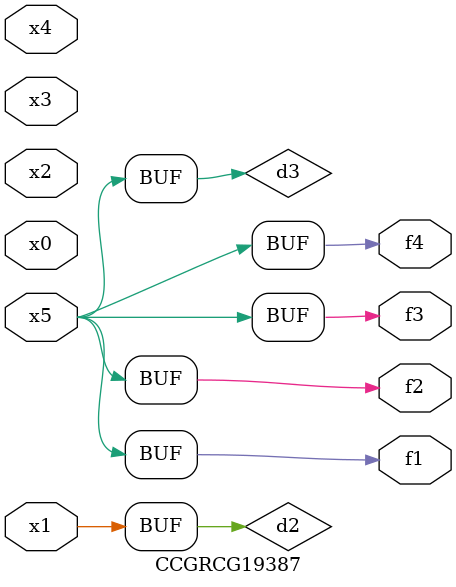
<source format=v>
module CCGRCG19387(
	input x0, x1, x2, x3, x4, x5,
	output f1, f2, f3, f4
);

	wire d1, d2, d3;

	not (d1, x5);
	or (d2, x1);
	xnor (d3, d1);
	assign f1 = d3;
	assign f2 = d3;
	assign f3 = d3;
	assign f4 = d3;
endmodule

</source>
